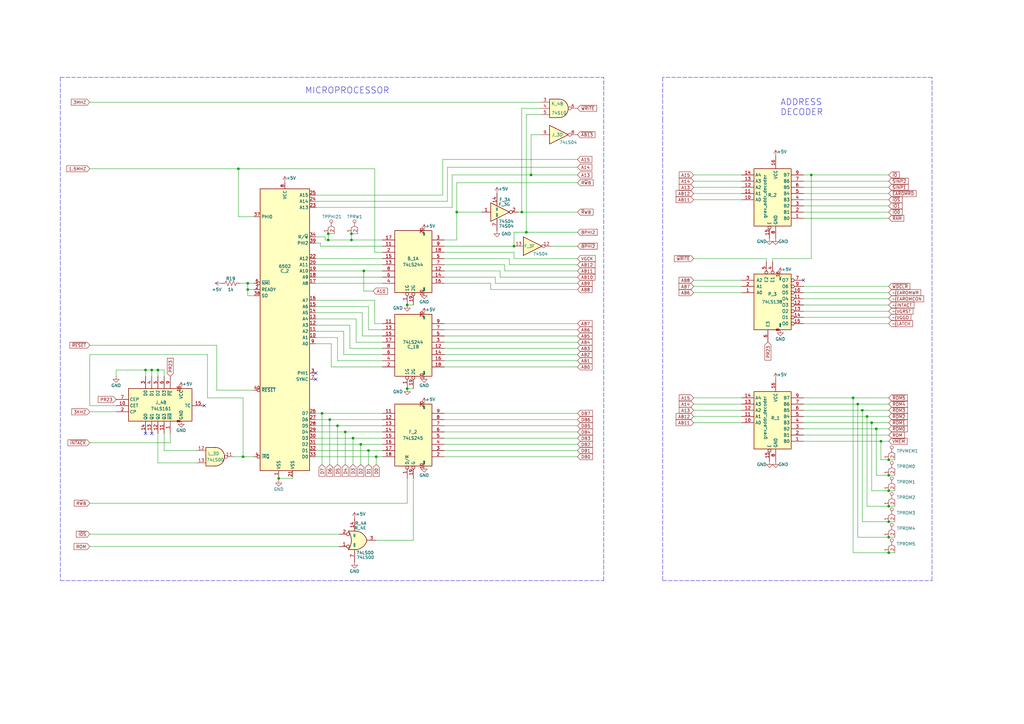
<source format=kicad_sch>
(kicad_sch (version 20211123) (generator eeschema)
  (paper "A3")
  (lib_symbols
    (symbol "Device:R_US" (pin_numbers hide) (pin_names (offset 0))
      (property "Reference" "R" (at 2.54 0 90))
      (property "Value" "R_US" (at -2.54 0 90))
      (symbol "R_US_1_1"
        (pin passive line (at 0 3.81 270) (length 1.27) (name "~") (number "1"))
        (pin passive line (at 0 -3.81 90) (length 1.27) (name "~") (number "2"))
      )
    )
    (symbol "atari:6502"
      (property "Reference" "U" (at -0.635 3.81 0))
      (property "Value" "6502" (at -0.635 5.715 0))
      (symbol "6502_1_1"
        (pin power_in line (at -2.54 -85.725 90) (length 2.54) (name "VSS") (number "1"))
        (pin output line (at 12.7 -28.575 180) (length 2.54) (name "A1") (number "10"))
        (pin output line (at 12.7 -26.035 180) (length 2.54) (name "A2") (number "11"))
        (pin output line (at 12.7 -23.495 180) (length 2.54) (name "A3") (number "12"))
        (pin output line (at 12.7 -20.955 180) (length 2.54) (name "A4") (number "13"))
        (pin output line (at 12.7 -18.415 180) (length 2.54) (name "A5") (number "14"))
        (pin output line (at 12.7 -15.875 180) (length 2.54) (name "A6") (number "15"))
        (pin output line (at 12.7 -13.335 180) (length 2.54) (name "A7") (number "16"))
        (pin output line (at 12.7 -6.35 180) (length 2.54) (name "A8") (number "17"))
        (pin output line (at 12.7 -3.81 180) (length 2.54) (name "A9") (number "18"))
        (pin output line (at 12.7 -1.27 180) (length 2.54) (name "A10") (number "19"))
        (pin input line (at -12.7 -8.89 0) (length 2.54) (name "READY") (number "2"))
        (pin output line (at 12.7 1.27 180) (length 2.54) (name "A11") (number "20"))
        (pin power_in line (at 3.175 -85.725 90) (length 2.54) (name "VSS") (number "21"))
        (pin output line (at 12.7 3.81 180) (length 2.54) (name "A12") (number "22"))
        (pin output line (at 12.7 24.765 180) (length 2.54) (name "A13") (number "23"))
        (pin output line (at 12.7 27.305 180) (length 2.54) (name "A14") (number "24"))
        (pin output line (at 12.7 29.845 180) (length 2.54) (name "A15") (number "25"))
        (pin bidirectional line (at 12.7 -59.69 180) (length 2.54) (name "D7") (number "26"))
        (pin bidirectional line (at 12.7 -62.23 180) (length 2.54) (name "D6") (number "27"))
        (pin bidirectional line (at 12.7 -64.77 180) (length 2.54) (name "D5") (number "28"))
        (pin bidirectional line (at 12.7 -67.31 180) (length 2.54) (name "D4") (number "29"))
        (pin output line (at 12.7 -43.18 180) (length 2.54) (name "PHI1") (number "3"))
        (pin bidirectional line (at 12.7 -69.85 180) (length 2.54) (name "D3") (number "30"))
        (pin bidirectional line (at 12.7 -72.39 180) (length 2.54) (name "D2") (number "31"))
        (pin bidirectional line (at 12.7 -74.93 180) (length 2.54) (name "D1") (number "32"))
        (pin bidirectional line (at 12.7 -77.47 180) (length 2.54) (name "D0") (number "33"))
        (pin output line (at 12.7 12.7 180) (length 2.54) (name "R/~{W}") (number "34"))
        (pin no_connect line (at -12.7 -26.67 0) (length 2.54) hide (name "NC") (number "35"))
        (pin no_connect line (at -12.7 -29.21 0) (length 2.54) hide (name "NC") (number "36"))
        (pin input line (at -12.7 20.955 0) (length 2.54) (name "PHI0") (number "37"))
        (pin input line (at -12.7 -11.43 0) (length 2.54) (name "SO") (number "38"))
        (pin output line (at 12.7 10.16 180) (length 2.54) (name "PHI2") (number "39"))
        (pin input inverted (at -12.7 -77.47 0) (length 2.54) (name "~{IRQ}") (number "4"))
        (pin input inverted (at -12.7 -50.165 0) (length 2.54) (name "~{RESET}") (number "40"))
        (pin no_connect line (at -12.7 -24.13 0) (length 2.54) hide (name "NC") (number "5"))
        (pin input inverted (at -12.7 -6.35 0) (length 2.54) (name "~{NMI}") (number "6"))
        (pin output line (at 12.7 -45.72 180) (length 2.54) (name "SYNC") (number "7"))
        (pin power_in line (at 0 34.925 270) (length 2.54) (name "VCC") (number "8"))
        (pin output line (at 12.7 -31.115 180) (length 2.54) (name "A0") (number "9"))
      )
    )
    (symbol "atari:74LS00" (pin_names (offset 1.016))
      (property "Reference" "U" (at 0 1.27 0))
      (property "Value" "74LS00" (at 0 -1.27 0))
      (symbol "74LS00_1_1"
        (pin input line (at -7.62 2.54 0) (length 3.81) (name "~") (number "1"))
        (pin input line (at -7.62 -2.54 0) (length 3.81) (name "~") (number "2"))
        (pin output inverted (at 7.62 0 180) (length 3.81) (name "~") (number "3"))
      )
      (symbol "74LS00_1_2"
        (pin input inverted (at -7.62 2.54 0) (length 4.318) (name "~") (number "1"))
        (pin input inverted (at -7.62 -2.54 0) (length 4.318) (name "~") (number "2"))
        (pin output line (at 7.62 0 180) (length 3.81) (name "~") (number "3"))
      )
      (symbol "74LS00_2_1"
        (pin input line (at -7.62 2.54 0) (length 3.81) (name "~") (number "4"))
        (pin input line (at -7.62 -2.54 0) (length 3.81) (name "~") (number "5"))
        (pin output inverted (at 7.62 0 180) (length 3.81) (name "~") (number "6"))
      )
      (symbol "74LS00_2_2"
        (pin input inverted (at -7.62 2.54 0) (length 4.318) (name "~") (number "4"))
        (pin input inverted (at -7.62 -2.54 0) (length 4.318) (name "~") (number "5"))
        (pin output line (at 7.62 0 180) (length 3.81) (name "~") (number "6"))
      )
      (symbol "74LS00_3_1"
        (pin input line (at -7.62 -2.54 0) (length 3.81) (name "~") (number "10"))
        (pin output inverted (at 7.62 0 180) (length 3.81) (name "~") (number "8"))
        (pin input line (at -7.62 2.54 0) (length 3.81) (name "~") (number "9"))
      )
      (symbol "74LS00_3_2"
        (pin input inverted (at -7.62 -2.54 0) (length 4.318) (name "~") (number "10"))
        (pin output line (at 7.62 0 180) (length 3.81) (name "~") (number "8"))
        (pin input inverted (at -7.62 2.54 0) (length 4.318) (name "~") (number "9"))
      )
      (symbol "74LS00_4_1"
        (pin output inverted (at 7.62 0 180) (length 3.81) (name "~") (number "11"))
        (pin input line (at -7.62 2.54 0) (length 3.81) (name "~") (number "12"))
        (pin input line (at -7.62 -2.54 0) (length 3.81) (name "~") (number "13"))
      )
      (symbol "74LS00_4_2"
        (pin output line (at 7.62 0 180) (length 3.81) (name "~") (number "11"))
        (pin input inverted (at -7.62 2.54 0) (length 4.318) (name "~") (number "12"))
        (pin input inverted (at -7.62 -2.54 0) (length 4.318) (name "~") (number "13"))
      )
      (symbol "74LS00_5_0"
        (pin power_in line (at 0 8.89 270) (length 5.08) (name "VCC") (number "14"))
        (pin power_in line (at 0 -8.89 90) (length 5.08) (name "GND") (number "7"))
      )
    )
    (symbol "atari:74LS04"
      (property "Reference" "U" (at 4.445 -1.905 0))
      (property "Value" "74LS04" (at 4.445 2.54 0))
      (symbol "74LS04_1_0"
        (pin input line (at -7.62 0 0) (length 3.81) (name "~") (number "1"))
        (pin output inverted (at 7.62 0 180) (length 3.81) (name "~") (number "2"))
      )
      (symbol "74LS04_2_0"
        (pin input line (at -7.62 0 0) (length 3.81) (name "~") (number "3"))
        (pin output inverted (at 7.62 0 180) (length 3.81) (name "~") (number "4"))
      )
      (symbol "74LS04_3_0"
        (pin input line (at -7.62 0 0) (length 3.81) (name "~") (number "5"))
        (pin output inverted (at 7.62 0 180) (length 3.81) (name "~") (number "6"))
      )
      (symbol "74LS04_4_0"
        (pin output inverted (at 7.62 0 180) (length 3.81) (name "~") (number "8"))
        (pin input line (at -7.62 0 0) (length 3.81) (name "~") (number "9"))
      )
      (symbol "74LS04_5_0"
        (pin output inverted (at 7.62 0 180) (length 3.81) (name "~") (number "10"))
        (pin input line (at -7.62 0 0) (length 3.81) (name "~") (number "11"))
      )
      (symbol "74LS04_6_0"
        (pin output inverted (at 7.62 0 180) (length 3.81) (name "~") (number "12"))
        (pin input line (at -7.62 0 0) (length 3.81) (name "~") (number "13"))
      )
      (symbol "74LS04_7_0"
        (pin power_in line (at -1.27 7.62 270) (length 5.08) (name "VCC") (number "14"))
        (pin power_in line (at -1.27 -7.62 90) (length 5.08) (name "GND") (number "7"))
      )
    )
    (symbol "atari:74LS10" (pin_names (offset 1.016))
      (property "Reference" "U" (at 1.27 1.905 0))
      (property "Value" "74LS10" (at 0 0 0))
      (symbol "74LS10_1_1"
        (pin input line (at -7.62 2.54 0) (length 3.81) (name "~") (number "1"))
        (pin output inverted (at 7.62 0 180) (length 3.81) (name "~") (number "12"))
        (pin input line (at -7.62 -2.54 0) (length 3.81) (name "~") (number "13"))
        (pin input line (at -7.62 0 0) (length 3.81) (name "~") (number "2"))
      )
      (symbol "74LS10_1_2"
        (pin input inverted (at -7.62 2.54 0) (length 4.318) (name "~") (number "1"))
        (pin output line (at 7.62 0 180) (length 3.81) (name "~") (number "12"))
        (pin input inverted (at -7.62 -2.54 0) (length 4.318) (name "~") (number "13"))
        (pin input inverted (at -7.62 0 0) (length 4.953) (name "~") (number "2"))
      )
      (symbol "74LS10_2_1"
        (pin input line (at -7.62 2.54 0) (length 3.81) (name "~") (number "3"))
        (pin input line (at -7.62 0 0) (length 3.81) (name "~") (number "4"))
        (pin input line (at -7.62 -2.54 0) (length 3.81) (name "~") (number "5"))
        (pin output inverted (at 7.62 0 180) (length 3.81) (name "~") (number "6"))
      )
      (symbol "74LS10_2_2"
        (pin input inverted (at -7.62 2.54 0) (length 4.318) (name "~") (number "3"))
        (pin input inverted (at -7.62 0 0) (length 4.953) (name "~") (number "4"))
        (pin input inverted (at -7.62 -2.54 0) (length 4.318) (name "~") (number "5"))
        (pin output line (at 7.62 0 180) (length 3.81) (name "~") (number "6"))
      )
      (symbol "74LS10_3_1"
        (pin input line (at -7.62 0 0) (length 3.81) (name "~") (number "10"))
        (pin input line (at -7.62 -2.54 0) (length 3.81) (name "~") (number "11"))
        (pin output inverted (at 7.62 0 180) (length 3.81) (name "~") (number "8"))
        (pin input line (at -7.62 2.54 0) (length 3.81) (name "~") (number "9"))
      )
      (symbol "74LS10_3_2"
        (pin input inverted (at -7.62 0 0) (length 4.953) (name "~") (number "10"))
        (pin input inverted (at -7.62 -2.54 0) (length 4.318) (name "~") (number "11"))
        (pin output line (at 7.62 0 180) (length 3.81) (name "~") (number "8"))
        (pin input inverted (at -7.62 2.54 0) (length 4.318) (name "~") (number "9"))
      )
      (symbol "74LS10_4_0"
        (pin power_in line (at 0 8.89 270) (length 5.08) (name "VCC") (number "14"))
        (pin power_in line (at 0 -8.89 90) (length 5.08) (name "GND") (number "7"))
      )
    )
    (symbol "atari:74LS138" (pin_names (offset 1.016))
      (property "Reference" "U" (at 0 -1.905 0))
      (property "Value" "74LS138" (at -0.635 0 0))
      (symbol "74LS138_1_0"
        (pin input line (at -12.7 2.54 0) (length 5.08) (name "A0") (number "1"))
        (pin output inverted (at 12.7 2.54 180) (length 5.08) (name "O5") (number "10"))
        (pin output inverted (at 12.7 0 180) (length 5.08) (name "O4") (number "11"))
        (pin output inverted (at 12.7 -2.54 180) (length 5.08) (name "O3") (number "12"))
        (pin output inverted (at 12.7 -5.08 180) (length 5.08) (name "O2") (number "13"))
        (pin output inverted (at 12.7 -7.62 180) (length 5.08) (name "O1") (number "14"))
        (pin output inverted (at 12.7 -10.16 180) (length 5.08) (name "O0") (number "15"))
        (pin power_in line (at 3.175 10.16 270) (length 0) (name "VCC") (number "16"))
        (pin input line (at -12.7 5.08 0) (length 5.08) (name "A1") (number "2"))
        (pin input line (at -12.7 7.62 0) (length 5.08) (name "A2") (number "3"))
        (pin input inverted (at 0 15.24 270) (length 5.08) (name "E1") (number "4"))
        (pin input inverted (at -2.54 15.24 270) (length 5.08) (name "E2") (number "5"))
        (pin input line (at -1.905 -17.78 90) (length 5.08) (name "E3") (number "6"))
        (pin output inverted (at 12.7 7.62 180) (length 5.08) (name "O7") (number "7"))
        (pin power_in line (at 3.175 -12.7 90) (length 0) (name "GND") (number "8"))
        (pin output inverted (at 12.7 5.08 180) (length 5.08) (name "O6") (number "9"))
      )
    )
    (symbol "atari:74LS161"
      (property "Reference" "U" (at 0 0 0))
      (property "Value" "74LS161" (at 0 1.905 0))
      (symbol "74LS161_1_0"
        (pin input line (at 0 -13.97 90) (length 5.08) (name "~{MR}") (number "1"))
        (pin input line (at -2.54 13.97 270) (length 5.08) (name "CET") (number "10"))
        (pin output line (at 15.875 -2.54 180) (length 5.08) (name "Q3") (number "11"))
        (pin output line (at 15.875 0 180) (length 5.08) (name "Q2") (number "12"))
        (pin output line (at 15.875 2.54 180) (length 5.08) (name "Q1") (number "13"))
        (pin output line (at 15.875 5.08 180) (length 5.08) (name "Q0") (number "14"))
        (pin output line (at 15.875 -5.08 180) (length 5.08) (name "TC") (number "15"))
        (pin power_in line (at 6.35 8.89 270) (length 0) (name "VCC") (number "16"))
        (pin input line (at -14.605 -5.08 0) (length 5.08) (name "CP") (number "2"))
        (pin input line (at -14.605 5.08 0) (length 5.08) (name "D0") (number "3"))
        (pin input line (at -14.605 2.54 0) (length 5.08) (name "D1") (number "4"))
        (pin input line (at -14.605 0 0) (length 5.08) (name "D2") (number "5"))
        (pin input line (at -14.605 -2.54 0) (length 5.08) (name "D3") (number "6"))
        (pin input line (at 0 13.97 270) (length 5.08) (name "CEP") (number "7"))
        (pin power_in line (at 6.35 -8.89 90) (length 0) (name "GND") (number "8"))
        (pin input line (at -2.54 -13.97 90) (length 5.08) (name "~{PE}") (number "9"))
      )
      (symbol "74LS161_2_0"
        (pin input line (at 3.81 -11.43 90) (length 5.08) (name "~{MR}") (number "1"))
        (pin input line (at -18.415 0 0) (length 5.08) (name "CET") (number "10"))
        (pin output line (at 1.27 -11.43 90) (length 5.08) (name "Q3") (number "11"))
        (pin output line (at -1.27 -11.43 90) (length 5.08) (name "Q2") (number "12"))
        (pin output line (at -3.81 -11.43 90) (length 5.08) (name "Q1") (number "13"))
        (pin output line (at -6.35 -11.43 90) (length 5.08) (name "Q0") (number "14"))
        (pin output line (at 17.78 0 180) (length 5.08) (name "TC") (number "15"))
        (pin power_in line (at 8.255 6.985 270) (length 0) (name "VCC") (number "16"))
        (pin input line (at -18.415 -2.54 0) (length 5.08) (name "CP") (number "2"))
        (pin input line (at -6.35 12.065 270) (length 5.08) (name "D0") (number "3"))
        (pin input line (at -3.81 12.065 270) (length 5.08) (name "D1") (number "4"))
        (pin input line (at -1.27 12.065 270) (length 5.08) (name "D2") (number "5"))
        (pin input line (at 1.27 12.065 270) (length 5.08) (name "D3") (number "6"))
        (pin input line (at -18.415 2.54 0) (length 5.08) (name "CEP") (number "7"))
        (pin power_in line (at 8.255 -6.35 90) (length 0) (name "GND") (number "8"))
        (pin input line (at 3.81 12.065 270) (length 5.08) (name "~{PE}") (number "9"))
      )
    )
    (symbol "atari:74LS244"
      (property "Reference" "U" (at 0 0 0))
      (property "Value" "74LS244" (at 0 1.905 0))
      (symbol "74LS244_1_0"
        (pin input inverted (at -2.54 -17.78 90) (length 5.08) (name "1G") (number "1"))
        (pin power_in line (at 4.445 -12.7 90) (length 0) (name "GND") (number "10"))
        (pin input line (at -12.7 6.35 0) (length 5.08) (name "") (number "11"))
        (pin output line (at 12.7 -3.81 180) (length 5.08) (name "") (number "12"))
        (pin input line (at -12.7 -1.27 0) (length 5.08) (name "") (number "13"))
        (pin output line (at 12.7 -6.35 180) (length 5.08) (name "") (number "14"))
        (pin input line (at -12.7 1.27 0) (length 5.08) (name "") (number "15"))
        (pin output line (at 12.7 -8.89 180) (length 5.08) (name "") (number "16"))
        (pin input line (at -12.7 8.89 0) (length 5.08) (name "") (number "17"))
        (pin output line (at 12.7 3.81 180) (length 5.08) (name "") (number "18"))
        (pin input inverted (at 0 -17.78 90) (length 5.08) (name "2G") (number "19"))
        (pin input line (at -12.7 3.81 0) (length 5.08) (name "") (number "2"))
        (pin power_in line (at 4.445 12.7 270) (length 0) (name "VCC") (number "20"))
        (pin output line (at 12.7 8.89 180) (length 5.08) (name "") (number "3"))
        (pin input line (at -12.7 -8.89 0) (length 5.08) (name "") (number "4"))
        (pin output line (at 12.7 1.27 180) (length 5.08) (name "") (number "5"))
        (pin input line (at -12.7 -6.35 0) (length 5.08) (name "") (number "6"))
        (pin output line (at 12.7 -1.27 180) (length 5.08) (name "") (number "7"))
        (pin input line (at -12.7 -3.81 0) (length 5.08) (name "") (number "8"))
        (pin output line (at 12.7 6.35 180) (length 5.08) (name "") (number "9"))
      )
      (symbol "74LS244_2_0"
        (pin input inverted (at -2.54 -17.78 90) (length 5.08) (name "1G") (number "1"))
        (pin power_in line (at 4.445 -12.7 90) (length 0) (name "GND") (number "10"))
        (pin input line (at -12.7 8.89 0) (length 5.08) (name "") (number "11"))
        (pin output line (at 12.7 -1.27 180) (length 5.08) (name "") (number "12"))
        (pin input line (at -12.7 6.35 0) (length 5.08) (name "") (number "13"))
        (pin output line (at 12.7 -3.81 180) (length 5.08) (name "") (number "14"))
        (pin input line (at -12.7 3.81 0) (length 5.08) (name "") (number "15"))
        (pin output line (at 12.7 -6.35 180) (length 5.08) (name "") (number "16"))
        (pin input line (at -12.7 1.27 0) (length 5.08) (name "") (number "17"))
        (pin output line (at 12.7 -8.89 180) (length 5.08) (name "") (number "18"))
        (pin input inverted (at 0 -17.78 90) (length 5.08) (name "2G") (number "19"))
        (pin input line (at -12.7 -8.89 0) (length 5.08) (name "") (number "2"))
        (pin power_in line (at 4.445 12.7 270) (length 0) (name "VCC") (number "20"))
        (pin output line (at 12.7 1.27 180) (length 5.08) (name "") (number "3"))
        (pin input line (at -12.7 -6.35 0) (length 5.08) (name "") (number "4"))
        (pin output line (at 12.7 3.81 180) (length 5.08) (name "") (number "5"))
        (pin input line (at -12.7 -3.81 0) (length 5.08) (name "") (number "6"))
        (pin output line (at 12.7 6.35 180) (length 5.08) (name "") (number "7"))
        (pin input line (at -12.7 -1.27 0) (length 5.08) (name "") (number "8"))
        (pin output line (at 12.7 8.89 180) (length 5.08) (name "") (number "9"))
      )
    )
    (symbol "atari:74LS245"
      (property "Reference" "U" (at 0 -0.635 0))
      (property "Value" "74LS245" (at 0 1.905 0))
      (symbol "74LS245_1_0"
        (pin input inverted (at -2.54 -17.78 90) (length 5.08) (name "D/R") (number "1"))
        (pin power_in line (at 4.445 -12.7 90) (length 0) (name "GND") (number "10"))
        (pin bidirectional line (at -12.7 8.89 0) (length 5.08) (name "") (number "11"))
        (pin bidirectional line (at -12.7 6.35 0) (length 5.08) (name "") (number "12"))
        (pin bidirectional line (at -12.7 3.81 0) (length 5.08) (name "") (number "13"))
        (pin bidirectional line (at -12.7 1.27 0) (length 5.08) (name "") (number "14"))
        (pin bidirectional line (at -12.7 -1.27 0) (length 5.08) (name "") (number "15"))
        (pin bidirectional line (at -12.7 -3.81 0) (length 5.08) (name "") (number "16"))
        (pin bidirectional line (at -12.7 -6.35 0) (length 5.08) (name "") (number "17"))
        (pin bidirectional line (at -12.7 -8.89 0) (length 5.08) (name "") (number "18"))
        (pin input inverted (at 0 -17.78 90) (length 5.08) (name "G") (number "19"))
        (pin bidirectional line (at 12.7 -8.89 180) (length 5.08) (name "") (number "2"))
        (pin power_in line (at 4.445 12.7 270) (length 0) (name "VCC") (number "20"))
        (pin bidirectional line (at 12.7 -6.35 180) (length 5.08) (name "") (number "3"))
        (pin bidirectional line (at 12.7 -3.81 180) (length 5.08) (name "") (number "4"))
        (pin bidirectional line (at 12.7 -1.27 180) (length 5.08) (name "") (number "5"))
        (pin bidirectional line (at 12.7 1.27 180) (length 5.08) (name "") (number "6"))
        (pin bidirectional line (at 12.7 3.81 180) (length 5.08) (name "") (number "7"))
        (pin bidirectional line (at 12.7 6.35 180) (length 5.08) (name "") (number "8"))
        (pin bidirectional line (at 12.7 8.89 180) (length 5.08) (name "") (number "9"))
      )
    )
    (symbol "atari:grav_addr_decoder"
      (property "Reference" "U" (at 0 0 0))
      (property "Value" "grav_addr_decoder" (at -1.905 0.635 90))
      (symbol "grav_addr_decoder_1_1"
        (pin output line (at 12.7 -8.255 180) (length 5.08) (name "B0") (number "1"))
        (pin input line (at -12.7 -0.635 0) (length 5.08) (name "A0") (number "10"))
        (pin input line (at -12.7 1.905 0) (length 5.08) (name "A1") (number "11"))
        (pin input line (at -12.7 4.445 0) (length 5.08) (name "A2") (number "12"))
        (pin input line (at -12.7 6.985 0) (length 5.08) (name "A3") (number "13"))
        (pin input line (at -12.7 9.525 0) (length 5.08) (name "A4") (number "14"))
        (pin input inverted (at -1.27 -16.51 90) (length 5.08) (name "E") (number "15"))
        (pin power_in line (at 1.27 17.145 270) (length 5.08) (name "VCC") (number "16"))
        (pin output line (at 12.7 -5.715 180) (length 5.08) (name "B1") (number "2"))
        (pin output line (at 12.7 -3.175 180) (length 5.08) (name "B2") (number "3"))
        (pin output line (at 12.7 -0.635 180) (length 5.08) (name "B3") (number "4"))
        (pin output line (at 12.7 1.905 180) (length 5.08) (name "B4") (number "5"))
        (pin output line (at 12.7 4.445 180) (length 5.08) (name "B5") (number "6"))
        (pin output line (at 12.7 6.985 180) (length 5.08) (name "B6") (number "7"))
        (pin power_in line (at 1.27 -16.51 90) (length 5.08) (name "GND") (number "8"))
        (pin output line (at 12.7 9.525 180) (length 5.08) (name "B7") (number "9"))
      )
    )
    (symbol "atari:tp_2_pin"
      (property "Reference" "TP" (at 0 5.715 0))
      (symbol "tp_2_pin_1_1"
        (pin passive line (at -1.27 -1.27 90) (length 2.54) (name "") (number "1"))
        (pin passive line (at 1.27 -1.27 90) (length 2.54) (name "") (number "2"))
      )
    )
    (symbol "power:+5V" (power) (pin_names (offset 0))
      (property "Value" "+5V" (at 0 3.556 0))
      (symbol "+5V_1_1"
        (pin power_in line (at 0 0 90) (length 0) hide (name "+5V") (number "1"))
      )
    )
    (symbol "power:GND" (power) (pin_names (offset 0))
      (property "Value" "GND" (at 0 -3.81 0))
      (symbol "GND_1_1"
        (pin power_in line (at 0 0 270) (length 0) hide (name "GND") (number "1"))
      )
    )
  )
  (junction (at 332.74 71.755))
  (junction (at 364.49 220.345))
  (junction (at 147.955 182.245))
  (junction (at 97.79 69.215))
  (junction (at 132.08 169.545))
  (junction (at 364.49 207.645))
  (junction (at 149.225 111.125))
  (junction (at 64.77 151.765))
  (junction (at 361.315 180.975))
  (junction (at 144.78 179.705))
  (junction (at 62.23 151.765))
  (junction (at 364.49 213.995))
  (junction (at 59.69 151.765))
  (junction (at 215.9 95.25))
  (junction (at 151.13 184.785))
  (junction (at 138.43 174.625))
  (junction (at 359.41 175.895))
  (junction (at 134.62 98.425))
  (junction (at 144.145 95.885))
  (junction (at 210.82 100.965))
  (junction (at 364.49 226.695))
  (junction (at 364.49 188.595))
  (junction (at 144.145 98.425))
  (junction (at 349.885 163.195))
  (junction (at 135.255 172.085))
  (junction (at 114.3 196.215))
  (junction (at 364.49 201.295))
  (junction (at 134.62 95.885))
  (junction (at 141.605 177.165))
  (junction (at 101.6 116.205))
  (junction (at 187.325 86.995))
  (junction (at 167.005 159.385))
  (junction (at 154.305 187.325))
  (junction (at 353.695 168.275))
  (junction (at 217.805 71.755))
  (junction (at 101.6 118.745))
  (junction (at 351.79 165.735))
  (junction (at 167.005 125.095))
  (junction (at 357.505 173.355))
  (junction (at 99.695 187.325))
  (junction (at 355.6 170.815))
  (junction (at 213.995 86.995))
  (junction (at 364.49 194.945))
  (no_connect (at 83.82 166.37))
  (no_connect (at 329.565 114.935))
  (no_connect (at 59.69 177.8))
  (no_connect (at 62.23 177.8))
  (no_connect (at 129.54 153.035))
  (no_connect (at 129.54 155.575))
  (wire (pts (xy 182.245 169.545) (xy 236.855 169.545)))
  (wire (pts (xy 217.805 71.755) (xy 236.855 71.755)))
  (wire (pts (xy 329.565 74.295) (xy 364.49 74.295)))
  (wire (pts (xy 114.3 196.215) (xy 120.015 196.215)))
  (wire (pts (xy 226.06 100.965) (xy 236.855 100.965)))
  (wire (pts (xy 182.245 106.045) (xy 208.915 106.045)))
  (wire (pts (xy 129.54 130.81) (xy 146.05 130.81)))
  (wire (pts (xy 329.565 165.735) (xy 351.79 165.735)))
  (wire (pts (xy 359.41 175.895) (xy 359.41 194.945)))
  (wire (pts (xy 129.54 85.09) (xy 185.42 85.09)))
  (wire (pts (xy 129.54 174.625) (xy 138.43 174.625)))
  (wire (pts (xy 182.245 184.785) (xy 236.855 184.785)))
  (wire (pts (xy 203.2 113.665) (xy 203.2 116.205)))
  (wire (pts (xy 361.315 188.595) (xy 361.315 180.975)))
  (wire (pts (xy 99.695 163.195) (xy 85.09 163.195)))
  (wire (pts (xy 182.245 187.325) (xy 236.855 187.325)))
  (wire (pts (xy 120.015 196.215) (xy 120.015 195.58)))
  (wire (pts (xy 329.565 180.975) (xy 361.315 180.975)))
  (wire (pts (xy 69.85 177.8) (xy 69.85 181.61)))
  (wire (pts (xy 183.515 82.55) (xy 183.515 68.58)))
  (wire (pts (xy 332.74 106.045) (xy 332.74 71.755)))
  (wire (pts (xy 284.48 165.735) (xy 304.165 165.735)))
  (wire (pts (xy 316.865 107.315) (xy 316.865 106.045)))
  (wire (pts (xy 182.245 179.705) (xy 236.855 179.705)))
  (wire (pts (xy 329.565 130.175) (xy 364.49 130.175)))
  (wire (pts (xy 154.305 187.325) (xy 156.845 187.325)))
  (wire (pts (xy 146.05 130.81) (xy 146.05 140.335)))
  (wire (pts (xy 284.48 76.835) (xy 304.165 76.835)))
  (wire (pts (xy 187.325 98.425) (xy 182.245 98.425)))
  (wire (pts (xy 129.54 82.55) (xy 183.515 82.55)))
  (wire (pts (xy 355.6 170.815) (xy 364.49 170.815)))
  (wire (pts (xy 153.035 119.38) (xy 149.225 119.38)))
  (wire (pts (xy 134.62 95.885) (xy 134.62 98.425)))
  (wire (pts (xy 181.61 65.405) (xy 236.855 65.405)))
  (wire (pts (xy 197.485 86.995) (xy 187.325 86.995)))
  (wire (pts (xy 357.505 173.355) (xy 357.505 201.295)))
  (wire (pts (xy 201.295 118.745) (xy 236.855 118.745)))
  (wire (pts (xy 104.14 121.285) (xy 101.6 121.285)))
  (wire (pts (xy 183.515 68.58) (xy 236.855 68.58)))
  (wire (pts (xy 67.31 154.305) (xy 67.31 151.765)))
  (wire (pts (xy 101.6 121.285) (xy 101.6 118.745)))
  (wire (pts (xy 364.49 226.695) (xy 367.03 226.695)))
  (wire (pts (xy 208.915 108.585) (xy 236.855 108.585)))
  (wire (pts (xy 129.54 140.97) (xy 135.89 140.97)))
  (wire (pts (xy 144.145 98.425) (xy 156.845 98.425)))
  (wire (pts (xy 146.05 140.335) (xy 156.845 140.335)))
  (wire (pts (xy 99.695 187.325) (xy 104.14 187.325)))
  (wire (pts (xy 349.885 226.695) (xy 349.885 163.195)))
  (wire (pts (xy 210.82 100.965) (xy 210.82 95.25)))
  (wire (pts (xy 182.245 108.585) (xy 207.01 108.585)))
  (wire (pts (xy 364.49 201.295) (xy 357.505 201.295)))
  (wire (pts (xy 67.31 151.765) (xy 64.77 151.765)))
  (wire (pts (xy 129.54 80.01) (xy 181.61 80.01)))
  (wire (pts (xy 182.245 174.625) (xy 236.855 174.625)))
  (wire (pts (xy 67.31 184.785) (xy 67.31 177.8)))
  (wire (pts (xy 355.6 170.815) (xy 355.6 207.645)))
  (wire (pts (xy 185.42 71.755) (xy 217.805 71.755)))
  (wire (pts (xy 351.79 165.735) (xy 364.49 165.735)))
  (wire (pts (xy 205.105 111.125) (xy 205.105 113.665)))
  (polyline (pts (xy 271.78 31.75) (xy 271.78 48.895)))
  (wire (pts (xy 187.325 86.995) (xy 187.325 98.425)))
  (wire (pts (xy 153.67 132.715) (xy 153.67 123.19)))
  (wire (pts (xy 135.255 172.085) (xy 156.845 172.085)))
  (wire (pts (xy 131.445 99.695) (xy 129.54 99.695)))
  (wire (pts (xy 329.565 89.535) (xy 364.49 89.535)))
  (wire (pts (xy 129.54 179.705) (xy 144.78 179.705)))
  (wire (pts (xy 284.48 81.915) (xy 304.165 81.915)))
  (wire (pts (xy 182.245 145.415) (xy 236.855 145.415)))
  (wire (pts (xy 182.245 140.335) (xy 236.855 140.335)))
  (wire (pts (xy 114.3 195.58) (xy 114.3 196.215)))
  (wire (pts (xy 149.225 111.125) (xy 156.845 111.125)))
  (wire (pts (xy 151.13 184.785) (xy 151.13 190.5)))
  (wire (pts (xy 156.845 137.795) (xy 148.59 137.795)))
  (wire (pts (xy 329.565 125.095) (xy 364.49 125.095)))
  (wire (pts (xy 329.565 163.195) (xy 349.885 163.195)))
  (wire (pts (xy 364.49 220.345) (xy 367.03 220.345)))
  (wire (pts (xy 364.49 220.345) (xy 351.79 220.345)))
  (wire (pts (xy 215.9 95.25) (xy 236.855 95.25)))
  (wire (pts (xy 203.2 116.205) (xy 236.855 116.205)))
  (wire (pts (xy 364.49 194.945) (xy 359.41 194.945)))
  (wire (pts (xy 221.615 55.245) (xy 217.805 55.245)))
  (wire (pts (xy 329.565 168.275) (xy 353.695 168.275)))
  (wire (pts (xy 284.48 114.935) (xy 304.165 114.935)))
  (wire (pts (xy 129.54 111.125) (xy 149.225 111.125)))
  (wire (pts (xy 332.74 71.755) (xy 364.49 71.755)))
  (wire (pts (xy 62.23 151.765) (xy 62.23 154.305)))
  (wire (pts (xy 359.41 175.895) (xy 364.49 175.895)))
  (wire (pts (xy 169.545 196.215) (xy 169.545 221.615)))
  (wire (pts (xy 85.09 163.195) (xy 85.09 145.415)))
  (wire (pts (xy 129.54 108.585) (xy 156.845 108.585)))
  (wire (pts (xy 64.77 189.865) (xy 64.77 177.8)))
  (wire (pts (xy 134.62 95.885) (xy 137.16 95.885)))
  (wire (pts (xy 329.565 178.435) (xy 364.49 178.435)))
  (wire (pts (xy 36.83 219.075) (xy 139.065 219.075)))
  (wire (pts (xy 143.51 142.875) (xy 143.51 133.35)))
  (wire (pts (xy 132.08 169.545) (xy 156.845 169.545)))
  (wire (pts (xy 147.955 182.245) (xy 156.845 182.245)))
  (wire (pts (xy 187.325 86.995) (xy 187.325 74.93)))
  (wire (pts (xy 135.255 172.085) (xy 135.255 190.5)))
  (wire (pts (xy 201.295 116.205) (xy 201.295 118.745)))
  (polyline (pts (xy 382.27 31.75) (xy 271.78 31.75)))
  (wire (pts (xy 133.35 97.155) (xy 129.54 97.155)))
  (wire (pts (xy 349.885 163.195) (xy 364.49 163.195)))
  (wire (pts (xy 129.54 172.085) (xy 135.255 172.085)))
  (wire (pts (xy 64.77 151.765) (xy 62.23 151.765)))
  (wire (pts (xy 182.245 103.505) (xy 210.82 103.505)))
  (wire (pts (xy 329.565 122.555) (xy 364.49 122.555)))
  (wire (pts (xy 64.77 151.765) (xy 64.77 154.305)))
  (polyline (pts (xy 382.27 238.125) (xy 382.27 31.75)))
  (wire (pts (xy 129.54 184.785) (xy 151.13 184.785)))
  (wire (pts (xy 364.49 194.945) (xy 367.03 194.945)))
  (wire (pts (xy 138.43 174.625) (xy 156.845 174.625)))
  (wire (pts (xy 364.49 188.595) (xy 367.03 188.595)))
  (wire (pts (xy 88.9 160.02) (xy 88.9 141.605)))
  (wire (pts (xy 167.005 159.385) (xy 169.545 159.385)))
  (wire (pts (xy 182.245 182.245) (xy 236.855 182.245)))
  (wire (pts (xy 284.48 106.045) (xy 314.325 106.045)))
  (polyline (pts (xy 24.765 31.75) (xy 24.765 238.125)))
  (wire (pts (xy 141.605 177.165) (xy 141.605 190.5)))
  (wire (pts (xy 36.83 168.91) (xy 47.625 168.91)))
  (wire (pts (xy 114.3 196.215) (xy 114.3 196.85)))
  (wire (pts (xy 138.43 138.43) (xy 129.54 138.43)))
  (wire (pts (xy 357.505 173.355) (xy 364.49 173.355)))
  (wire (pts (xy 101.6 118.745) (xy 101.6 116.205)))
  (wire (pts (xy 104.14 88.9) (xy 97.79 88.9)))
  (wire (pts (xy 143.51 133.35) (xy 129.54 133.35)))
  (wire (pts (xy 364.49 207.645) (xy 355.6 207.645)))
  (wire (pts (xy 47.625 166.37) (xy 36.83 166.37)))
  (wire (pts (xy 329.565 132.715) (xy 364.49 132.715)))
  (wire (pts (xy 353.695 168.275) (xy 364.49 168.275)))
  (wire (pts (xy 364.49 207.645) (xy 367.03 207.645)))
  (wire (pts (xy 101.6 116.205) (xy 104.14 116.205)))
  (wire (pts (xy 99.695 187.325) (xy 99.695 163.195)))
  (polyline (pts (xy 24.765 238.125) (xy 247.65 238.125)))
  (wire (pts (xy 144.145 95.885) (xy 146.685 95.885)))
  (wire (pts (xy 36.83 41.91) (xy 221.615 41.91)))
  (wire (pts (xy 104.14 160.02) (xy 88.9 160.02)))
  (wire (pts (xy 154.305 187.325) (xy 154.305 190.5)))
  (wire (pts (xy 131.445 100.965) (xy 131.445 99.695)))
  (wire (pts (xy 187.325 74.93) (xy 236.855 74.93)))
  (wire (pts (xy 138.43 174.625) (xy 138.43 190.5)))
  (wire (pts (xy 329.565 84.455) (xy 364.49 84.455)))
  (wire (pts (xy 140.97 135.89) (xy 140.97 145.415)))
  (wire (pts (xy 329.565 120.015) (xy 364.49 120.015)))
  (wire (pts (xy 182.245 135.255) (xy 236.855 135.255)))
  (wire (pts (xy 353.695 168.275) (xy 353.695 213.995)))
  (wire (pts (xy 284.48 163.195) (xy 304.165 163.195)))
  (wire (pts (xy 284.48 168.275) (xy 304.165 168.275)))
  (wire (pts (xy 97.79 88.9) (xy 97.79 69.215)))
  (wire (pts (xy 182.245 172.085) (xy 236.855 172.085)))
  (wire (pts (xy 182.245 100.965) (xy 210.82 100.965)))
  (wire (pts (xy 156.845 103.505) (xy 153.67 103.505)))
  (wire (pts (xy 129.54 182.245) (xy 147.955 182.245)))
  (wire (pts (xy 182.245 137.795) (xy 236.855 137.795)))
  (wire (pts (xy 207.01 111.125) (xy 236.855 111.125)))
  (wire (pts (xy 129.54 113.665) (xy 156.845 113.665)))
  (wire (pts (xy 361.315 180.975) (xy 364.49 180.975)))
  (wire (pts (xy 167.005 196.215) (xy 167.005 206.375)))
  (wire (pts (xy 215.9 46.99) (xy 221.615 46.99)))
  (wire (pts (xy 210.82 103.505) (xy 210.82 106.045)))
  (wire (pts (xy 104.14 118.745) (xy 101.6 118.745)))
  (wire (pts (xy 182.245 116.205) (xy 201.295 116.205)))
  (wire (pts (xy 329.565 86.995) (xy 364.49 86.995)))
  (wire (pts (xy 210.82 95.25) (xy 215.9 95.25)))
  (wire (pts (xy 351.79 165.735) (xy 351.79 220.345)))
  (polyline (pts (xy 247.65 238.125) (xy 247.65 31.75)))
  (wire (pts (xy 153.67 103.505) (xy 153.67 69.215)))
  (wire (pts (xy 329.565 71.755) (xy 332.74 71.755)))
  (wire (pts (xy 364.49 201.295) (xy 367.03 201.295)))
  (wire (pts (xy 153.67 69.215) (xy 97.79 69.215)))
  (wire (pts (xy 59.69 151.765) (xy 47.625 151.765)))
  (wire (pts (xy 156.845 147.955) (xy 138.43 147.955)))
  (wire (pts (xy 153.67 123.19) (xy 129.54 123.19)))
  (wire (pts (xy 80.645 184.785) (xy 67.31 184.785)))
  (wire (pts (xy 185.42 85.09) (xy 185.42 71.755)))
  (wire (pts (xy 138.43 147.955) (xy 138.43 138.43)))
  (wire (pts (xy 213.995 44.45) (xy 221.615 44.45)))
  (wire (pts (xy 329.565 173.355) (xy 357.505 173.355)))
  (wire (pts (xy 156.845 142.875) (xy 143.51 142.875)))
  (wire (pts (xy 59.69 151.765) (xy 59.69 154.305)))
  (wire (pts (xy 205.105 113.665) (xy 236.855 113.665)))
  (wire (pts (xy 169.545 221.615) (xy 154.305 221.615)))
  (wire (pts (xy 215.9 95.25) (xy 215.9 46.99)))
  (wire (pts (xy 182.245 113.665) (xy 203.2 113.665)))
  (wire (pts (xy 36.83 166.37) (xy 36.83 145.415)))
  (wire (pts (xy 364.49 213.995) (xy 367.03 213.995)))
  (polyline (pts (xy 24.765 31.75) (xy 247.65 31.75)))
  (wire (pts (xy 147.955 182.245) (xy 147.955 190.5)))
  (wire (pts (xy 129.54 169.545) (xy 132.08 169.545)))
  (wire (pts (xy 182.245 132.715) (xy 236.855 132.715)))
  (wire (pts (xy 364.49 213.995) (xy 353.695 213.995)))
  (wire (pts (xy 207.01 108.585) (xy 207.01 111.125)))
  (wire (pts (xy 47.625 151.765) (xy 47.625 154.305)))
  (wire (pts (xy 284.48 71.755) (xy 304.165 71.755)))
  (wire (pts (xy 133.35 98.425) (xy 133.35 97.155)))
  (wire (pts (xy 329.565 127.635) (xy 364.49 127.635)))
  (wire (pts (xy 36.83 141.605) (xy 88.9 141.605)))
  (wire (pts (xy 98.425 116.205) (xy 101.6 116.205)))
  (wire (pts (xy 329.565 79.375) (xy 364.49 79.375)))
  (wire (pts (xy 213.995 86.995) (xy 213.995 44.45)))
  (wire (pts (xy 148.59 137.795) (xy 148.59 128.27)))
  (wire (pts (xy 144.78 179.705) (xy 144.78 190.5)))
  (wire (pts (xy 181.61 80.01) (xy 181.61 65.405)))
  (wire (pts (xy 182.245 150.495) (xy 236.855 150.495)))
  (wire (pts (xy 212.725 86.995) (xy 213.995 86.995)))
  (wire (pts (xy 149.225 119.38) (xy 149.225 111.125)))
  (wire (pts (xy 182.245 111.125) (xy 205.105 111.125)))
  (wire (pts (xy 135.89 140.97) (xy 135.89 150.495)))
  (wire (pts (xy 62.23 151.765) (xy 59.69 151.765)))
  (wire (pts (xy 135.89 150.495) (xy 156.845 150.495)))
  (wire (pts (xy 329.565 170.815) (xy 355.6 170.815)))
  (wire (pts (xy 134.62 98.425) (xy 144.145 98.425)))
  (wire (pts (xy 95.885 187.325) (xy 99.695 187.325)))
  (wire (pts (xy 182.245 147.955) (xy 236.855 147.955)))
  (wire (pts (xy 284.48 120.015) (xy 304.165 120.015)))
  (wire (pts (xy 329.565 81.915) (xy 364.49 81.915)))
  (wire (pts (xy 314.325 107.315) (xy 314.325 106.045)))
  (wire (pts (xy 284.48 173.355) (xy 304.165 173.355)))
  (wire (pts (xy 131.445 100.965) (xy 156.845 100.965)))
  (wire (pts (xy 156.845 132.715) (xy 153.67 132.715)))
  (wire (pts (xy 133.35 98.425) (xy 134.62 98.425)))
  (wire (pts (xy 140.97 145.415) (xy 156.845 145.415)))
  (wire (pts (xy 129.54 116.205) (xy 156.845 116.205)))
  (wire (pts (xy 364.49 226.695) (xy 349.885 226.695)))
  (wire (pts (xy 329.565 175.895) (xy 359.41 175.895)))
  (wire (pts (xy 80.645 189.865) (xy 64.77 189.865)))
  (polyline (pts (xy 271.78 48.895) (xy 271.78 238.125)))
  (wire (pts (xy 284.48 117.475) (xy 304.165 117.475)))
  (wire (pts (xy 329.565 76.835) (xy 364.49 76.835)))
  (wire (pts (xy 36.83 145.415) (xy 85.09 145.415)))
  (wire (pts (xy 148.59 128.27) (xy 129.54 128.27)))
  (wire (pts (xy 316.865 106.045) (xy 332.74 106.045)))
  (wire (pts (xy 284.48 170.815) (xy 304.165 170.815)))
  (wire (pts (xy 129.54 177.165) (xy 141.605 177.165)))
  (wire (pts (xy 144.78 179.705) (xy 156.845 179.705)))
  (wire (pts (xy 97.79 69.215) (xy 36.83 69.215)))
  (wire (pts (xy 167.005 125.095) (xy 169.545 125.095)))
  (wire (pts (xy 151.13 125.73) (xy 151.13 135.255)))
  (wire (pts (xy 182.245 177.165) (xy 236.855 177.165)))
  (wire (pts (xy 129.54 135.89) (xy 140.97 135.89)))
  (wire (pts (xy 284.48 74.295) (xy 304.165 74.295)))
  (wire (pts (xy 213.995 86.995) (xy 236.855 86.995)))
  (wire (pts (xy 129.54 106.045) (xy 156.845 106.045)))
  (wire (pts (xy 36.83 206.375) (xy 167.005 206.375)))
  (wire (pts (xy 208.915 106.045) (xy 208.915 108.585)))
  (wire (pts (xy 217.805 55.245) (xy 217.805 71.755)))
  (wire (pts (xy 284.48 79.375) (xy 304.165 79.375)))
  (wire (pts (xy 36.83 181.61) (xy 69.85 181.61)))
  (wire (pts (xy 182.245 142.875) (xy 236.855 142.875)))
  (wire (pts (xy 129.54 125.73) (xy 151.13 125.73)))
  (wire (pts (xy 141.605 177.165) (xy 156.845 177.165)))
  (wire (pts (xy 151.13 184.785) (xy 156.845 184.785)))
  (wire (pts (xy 210.82 106.045) (xy 236.855 106.045)))
  (wire (pts (xy 329.565 117.475) (xy 364.49 117.475)))
  (wire (pts (xy 132.08 169.545) (xy 132.08 190.5)))
  (wire (pts (xy 36.83 224.155) (xy 139.065 224.155)))
  (polyline (pts (xy 271.78 238.125) (xy 382.27 238.125)))
  (wire (pts (xy 144.145 95.885) (xy 144.145 98.425)))
  (wire (pts (xy 129.54 187.325) (xy 154.305 187.325)))
  (wire (pts (xy 151.13 135.255) (xy 156.845 135.255)))
  (wire (pts (xy 364.49 188.595) (xy 361.315 188.595)))
  (text "MICROPROCESSOR" (at 125.095 38.735 0) (effects (font (size 2.54 2.54)) (justify left bottom)))
  (text "ADDRESS\nDECODER" (at 320.04 47.625 0) (effects (font (size 2.54 2.54)) (justify left bottom)))
  (global_label "~{RAM}" (shape input) (at 364.49 89.535 0) (property "Intersheet References" "${INTERSHEET_REFS}" (effects hide)))
  (global_label "AB11" (shape input) (at 236.855 111.125 0) (property "Intersheet References" "${INTERSHEET_REFS}" (effects hide)))
  (global_label "ROM" (shape input) (at 364.49 178.435 0) (property "Intersheet References" "${INTERSHEET_REFS}" (effects hide)))
  (global_label "~{IOS}" (shape input) (at 36.83 219.075 180) (property "Intersheet References" "${INTERSHEET_REFS}" (effects hide)))
  (global_label "~{ROM3}" (shape input) (at 364.49 168.275 0) (property "Intersheet References" "${INTERSHEET_REFS}" (effects hide)))
  (global_label "PR23" (shape input) (at 69.85 154.305 90) (property "Intersheet References" "${INTERSHEET_REFS}" (effects hide)))
  (global_label "VGCK" (shape input) (at 236.855 106.045 0) (property "Intersheet References" "${INTERSHEET_REFS}" (effects hide)))
  (global_label "~{IO}" (shape input) (at 364.49 71.755 0) (property "Intersheet References" "${INTERSHEET_REFS}" (effects hide)))
  (global_label "AB5" (shape input) (at 236.855 137.795 0) (property "Intersheet References" "${INTERSHEET_REFS}" (effects hide)))
  (global_label "~{EAROMCON" (shape input) (at 364.49 122.555 0) (property "Intersheet References" "${INTERSHEET_REFS}" (effects hide)))
  (global_label "~{SINP2}" (shape input) (at 364.49 74.295 0) (property "Intersheet References" "${INTERSHEET_REFS}" (effects hide)))
  (global_label "~{ROM1}" (shape input) (at 364.49 173.355 0) (property "Intersheet References" "${INTERSHEET_REFS}" (effects hide)))
  (global_label "~{IO0}" (shape input) (at 364.49 86.995 0) (property "Intersheet References" "${INTERSHEET_REFS}" (effects hide)))
  (global_label "AB12" (shape input) (at 284.48 170.815 180) (property "Intersheet References" "${INTERSHEET_REFS}" (effects hide)))
  (global_label "AB12" (shape input) (at 284.48 79.375 180) (property "Intersheet References" "${INTERSHEET_REFS}" (effects hide)))
  (global_label "AB4" (shape input) (at 236.855 140.335 0) (property "Intersheet References" "${INTERSHEET_REFS}" (effects hide)))
  (global_label "~{VMEM}" (shape input) (at 364.49 180.975 0) (property "Intersheet References" "${INTERSHEET_REFS}" (effects hide)))
  (global_label "AB7" (shape input) (at 284.48 117.475 180) (property "Intersheet References" "${INTERSHEET_REFS}" (effects hide)))
  (global_label "~{EAROMWR" (shape input) (at 364.49 120.015 0) (property "Intersheet References" "${INTERSHEET_REFS}" (effects hide)))
  (global_label "DB6" (shape input) (at 236.855 172.085 0) (property "Intersheet References" "${INTERSHEET_REFS}" (effects hide)))
  (global_label "~{IO1}" (shape input) (at 364.49 84.455 0) (property "Intersheet References" "${INTERSHEET_REFS}" (effects hide)))
  (global_label "AB11" (shape input) (at 284.48 81.915 180) (property "Intersheet References" "${INTERSHEET_REFS}" (effects hide)))
  (global_label "R~{W}B" (shape input) (at 236.855 74.93 0) (property "Intersheet References" "${INTERSHEET_REFS}" (effects hide)))
  (global_label "A14" (shape input) (at 284.48 74.295 180) (property "Intersheet References" "${INTERSHEET_REFS}" (effects hide)))
  (global_label "A14" (shape input) (at 284.48 165.735 180) (property "Intersheet References" "${INTERSHEET_REFS}" (effects hide)))
  (global_label "A13" (shape input) (at 284.48 76.835 180) (property "Intersheet References" "${INTERSHEET_REFS}" (effects hide)))
  (global_label "DB1" (shape input) (at 236.855 184.785 0) (property "Intersheet References" "${INTERSHEET_REFS}" (effects hide)))
  (global_label "AB6" (shape input) (at 284.48 120.015 180) (property "Intersheet References" "${INTERSHEET_REFS}" (effects hide)))
  (global_label "~{IOS}" (shape input) (at 364.49 81.915 0) (property "Intersheet References" "${INTERSHEET_REFS}" (effects hide)))
  (global_label "PR23" (shape input) (at 47.625 163.83 180) (property "Intersheet References" "${INTERSHEET_REFS}" (effects hide)))
  (global_label "~{VGGO" (shape input) (at 364.49 130.175 0) (property "Intersheet References" "${INTERSHEET_REFS}" (effects hide)))
  (global_label "~{WRITE}" (shape input) (at 284.48 106.045 180) (property "Intersheet References" "${INTERSHEET_REFS}" (effects hide)))
  (global_label "DB0" (shape input) (at 236.855 187.325 0) (property "Intersheet References" "${INTERSHEET_REFS}" (effects hide)))
  (global_label "DB7" (shape input) (at 236.855 169.545 0) (property "Intersheet References" "${INTERSHEET_REFS}" (effects hide)))
  (global_label "D0" (shape input) (at 154.305 190.5 270) (property "Intersheet References" "${INTERSHEET_REFS}" (effects hide)))
  (global_label "1.5MHZ" (shape input) (at 36.83 69.215 180) (property "Intersheet References" "${INTERSHEET_REFS}" (effects hide)))
  (global_label "D6" (shape input) (at 135.255 190.5 270) (property "Intersheet References" "${INTERSHEET_REFS}" (effects hide)))
  (global_label "R~{W}B" (shape input) (at 36.83 206.375 180) (property "Intersheet References" "${INTERSHEET_REFS}" (effects hide)))
  (global_label "~{WDCLR}" (shape input) (at 364.49 117.475 0) (property "Intersheet References" "${INTERSHEET_REFS}" (effects hide)))
  (global_label "DB5" (shape input) (at 236.855 174.625 0) (property "Intersheet References" "${INTERSHEET_REFS}" (effects hide)))
  (global_label "~{BPHI2}" (shape input) (at 236.855 100.965 0) (property "Intersheet References" "${INTERSHEET_REFS}" (effects hide)))
  (global_label "AB11" (shape input) (at 284.48 173.355 180) (property "Intersheet References" "${INTERSHEET_REFS}" (effects hide)))
  (global_label "~{LATCH" (shape input) (at 364.49 132.715 0) (property "Intersheet References" "${INTERSHEET_REFS}" (effects hide)))
  (global_label "~{ROM2}" (shape input) (at 364.49 170.815 0) (property "Intersheet References" "${INTERSHEET_REFS}" (effects hide)))
  (global_label "BPHI2" (shape input) (at 236.855 95.25 0) (property "Intersheet References" "${INTERSHEET_REFS}" (effects hide)))
  (global_label "~{VGRST" (shape input) (at 364.49 127.635 0) (property "Intersheet References" "${INTERSHEET_REFS}" (effects hide)))
  (global_label "AB6" (shape input) (at 236.855 135.255 0) (property "Intersheet References" "${INTERSHEET_REFS}" (effects hide)))
  (global_label "3MHZ" (shape input) (at 36.83 41.91 180) (property "Intersheet References" "${INTERSHEET_REFS}" (effects hide)))
  (global_label "D2" (shape input) (at 147.955 190.5 270) (property "Intersheet References" "${INTERSHEET_REFS}" (effects hide)))
  (global_label "A15" (shape input) (at 284.48 71.755 180) (property "Intersheet References" "${INTERSHEET_REFS}" (effects hide)))
  (global_label "DB4" (shape input) (at 236.855 177.165 0) (property "Intersheet References" "${INTERSHEET_REFS}" (effects hide)))
  (global_label "~{AB13}" (shape input) (at 236.855 55.245 0) (property "Intersheet References" "${INTERSHEET_REFS}" (effects hide)))
  (global_label "AB2" (shape input) (at 236.855 145.415 0) (property "Intersheet References" "${INTERSHEET_REFS}" (effects hide)))
  (global_label "A13" (shape input) (at 236.855 71.755 0) (property "Intersheet References" "${INTERSHEET_REFS}" (effects hide)))
  (global_label "AB3" (shape input) (at 236.855 142.875 0) (property "Intersheet References" "${INTERSHEET_REFS}" (effects hide)))
  (global_label "DB2" (shape input) (at 236.855 182.245 0) (property "Intersheet References" "${INTERSHEET_REFS}" (effects hide)))
  (global_label "A13" (shape input) (at 284.48 168.275 180) (property "Intersheet References" "${INTERSHEET_REFS}" (effects hide)))
  (global_label "AB8" (shape input) (at 284.48 114.935 180) (property "Intersheet References" "${INTERSHEET_REFS}" (effects hide)))
  (global_label "AB0" (shape input) (at 236.855 150.495 0) (property "Intersheet References" "${INTERSHEET_REFS}" (effects hide)))
  (global_label "~{ROM0}" (shape input) (at 364.49 175.895 0) (property "Intersheet References" "${INTERSHEET_REFS}" (effects hide)))
  (global_label "~{EAROMRD}" (shape input) (at 364.49 79.375 0) (property "Intersheet References" "${INTERSHEET_REFS}" (effects hide)))
  (global_label "AB12" (shape input) (at 236.855 108.585 0) (property "Intersheet References" "${INTERSHEET_REFS}" (effects hide)))
  (global_label "A10" (shape input) (at 153.035 119.38 0) (property "Intersheet References" "${INTERSHEET_REFS}" (effects hide)))
  (global_label "A15" (shape input) (at 236.855 65.405 0) (property "Intersheet References" "${INTERSHEET_REFS}" (effects hide)))
  (global_label "~{WRITE}" (shape input) (at 236.855 44.45 0) (property "Intersheet References" "${INTERSHEET_REFS}" (effects hide)))
  (global_label "DB3" (shape input) (at 236.855 179.705 0) (property "Intersheet References" "${INTERSHEET_REFS}" (effects hide)))
  (global_label "~{ROM4}" (shape input) (at 364.49 165.735 0) (property "Intersheet References" "${INTERSHEET_REFS}" (effects hide)))
  (global_label "A15" (shape input) (at 284.48 163.195 180) (property "Intersheet References" "${INTERSHEET_REFS}" (effects hide)))
  (global_label "~{RESET}" (shape input) (at 36.83 141.605 180) (property "Intersheet References" "${INTERSHEET_REFS}" (effects hide)))
  (global_label "~{INTACT" (shape input) (at 364.49 125.095 0) (property "Intersheet References" "${INTERSHEET_REFS}" (effects hide)))
  (global_label "ROM" (shape input) (at 36.83 224.155 180) (property "Intersheet References" "${INTERSHEET_REFS}" (effects hide)))
  (global_label "AB1" (shape input) (at 236.855 147.955 0) (property "Intersheet References" "${INTERSHEET_REFS}" (effects hide)))
  (global_label "~{INTACK}" (shape input) (at 36.83 181.61 180) (property "Intersheet References" "${INTERSHEET_REFS}" (effects hide)))
  (global_label "D4" (shape input) (at 141.605 190.5 270) (property "Intersheet References" "${INTERSHEET_REFS}" (effects hide)))
  (global_label "PR23" (shape input) (at 314.96 140.335 270) (property "Intersheet References" "${INTERSHEET_REFS}" (effects hide)))
  (global_label "AB10" (shape input) (at 236.855 113.665 0) (property "Intersheet References" "${INTERSHEET_REFS}" (effects hide)))
  (global_label "~{R}WB" (shape input) (at 236.855 86.995 0) (property "Intersheet References" "${INTERSHEET_REFS}" (effects hide)))
  (global_label "D7" (shape input) (at 132.08 190.5 270) (property "Intersheet References" "${INTERSHEET_REFS}" (effects hide)))
  (global_label "3KHZ" (shape input) (at 36.83 168.91 180) (property "Intersheet References" "${INTERSHEET_REFS}" (effects hide)))
  (global_label "~{ROM5}" (shape input) (at 364.49 163.195 0) (property "Intersheet References" "${INTERSHEET_REFS}" (effects hide)))
  (global_label "AB8" (shape input) (at 236.855 118.745 0) (property "Intersheet References" "${INTERSHEET_REFS}" (effects hide)))
  (global_label "~{SINP1}" (shape input) (at 364.49 76.835 0) (property "Intersheet References" "${INTERSHEET_REFS}" (effects hide)))
  (global_label "D1" (shape input) (at 151.13 190.5 270) (property "Intersheet References" "${INTERSHEET_REFS}" (effects hide)))
  (global_label "AB9" (shape input) (at 236.855 116.205 0) (property "Intersheet References" "${INTERSHEET_REFS}" (effects hide)))
  (global_label "A14" (shape input) (at 236.855 68.58 0) (property "Intersheet References" "${INTERSHEET_REFS}" (effects hide)))
  (global_label "D5" (shape input) (at 138.43 190.5 270) (property "Intersheet References" "${INTERSHEET_REFS}" (effects hide)))
  (global_label "AB7" (shape input) (at 236.855 132.715 0) (property "Intersheet References" "${INTERSHEET_REFS}" (effects hide)))
  (global_label "D3" (shape input) (at 144.78 190.5 270) (property "Intersheet References" "${INTERSHEET_REFS}" (effects hide)))
  (symbol (lib_id "power:GND") (at 318.135 189.23 0) (unit 1)
    (property "Reference" "#PWR0205" (effects hide))
    (property "Value" "GND" (at 321.31 190.5 0))
  )
  (symbol (lib_id "atari:tp_2_pin") (at 135.89 94.615 0) (unit 1)
    (property "Reference" "TPPHI21" (at 132.08 88.9 0) (effects (justify left)))
    (property "Value" "tp_2_pin" (effects hide))
  )
  (symbol (lib_id "atari:74LS244") (at 169.545 141.605 0) (unit 2)
    (property "Reference" "C_1" (at 167.005 142.24 0) (effects (justify left)))
    (property "Value" "74LS244" (at 165.1 140.335 0) (effects (justify left)))
  )
  (symbol (lib_id "power:GND") (at 47.625 154.305 0) (unit 1)
    (property "Reference" "#PWR0182" (effects hide))
    (property "Value" "GND" (at 47.625 158.115 0))
  )
  (symbol (lib_id "atari:tp_2_pin") (at 365.76 219.075 0) (unit 1)
    (property "Reference" "TPROM4" (at 367.7412 216.7346 0) (effects (justify left)))
    (property "Value" "tp_2_pin" (effects hide))
  )
  (symbol (lib_id "power:+5V") (at 74.295 159.385 0) (unit 1)
    (property "Reference" "#PWR0183" (effects hide))
    (property "Value" "+5V" (at 76.835 157.48 0))
  )
  (symbol (lib_id "power:GND") (at 315.595 97.79 0) (unit 1)
    (property "Reference" "#PWR0201" (effects hide))
    (property "Value" "GND" (at 312.42 99.06 0))
  )
  (symbol (lib_id "power:GND") (at 173.99 154.305 0) (unit 1)
    (property "Reference" "#PWR0189" (effects hide))
    (property "Value" "GND" (at 173.99 158.115 0))
  )
  (symbol (lib_id "atari:74LS04") (at 205.105 86.995 0) (unit 1)
    (property "Reference" "F_3" (at 207.01 81.915 0))
    (property "Value" "74S04" (at 207.645 92.71 0))
  )
  (symbol (lib_id "power:GND") (at 318.135 97.79 0) (unit 1)
    (property "Reference" "#PWR0200" (effects hide))
    (property "Value" "GND" (at 321.31 99.06 0))
  )
  (symbol (lib_id "power:+5V") (at 318.135 155.575 0) (unit 1)
    (property "Reference" "#PWR0204" (effects hide))
    (property "Value" "+5V" (at 320.675 153.67 0))
  )
  (symbol (lib_id "atari:74LS04") (at 205.105 86.995 0) (unit 7)
    (property "Reference" "F_3" (at 204.47 83.82 0) (effects (justify left)))
    (property "Value" "74S04" (at 204.47 90.805 0) (effects (justify left)))
  )
  (symbol (lib_id "atari:6502") (at 116.84 109.855 0) (unit 1)
    (property "Reference" "C_2" (at 114.935 111.125 0) (effects (justify left)))
    (property "Value" "6502" (at 114.3 109.22 0) (effects (justify left)))
  )
  (symbol (lib_id "atari:tp_2_pin") (at 365.76 187.325 0) (unit 1)
    (property "Reference" "TPVMEM1" (at 367.7412 184.9846 0) (effects (justify left)))
    (property "Value" "tp_2_pin" (effects hide))
  )
  (symbol (lib_id "power:+5V") (at 173.99 165.735 0) (unit 1)
    (property "Reference" "#PWR0188" (effects hide))
    (property "Value" "+5V" (at 176.53 163.83 0))
  )
  (symbol (lib_id "atari:74LS00") (at 146.685 221.615 0) (mirror x) (unit 1) (convert 2)
    (property "Reference" "R_4" (at 147.955 214.63 0))
    (property "Value" "74LS00" (at 149.86 228.6 0))
  )
  (symbol (lib_id "power:GND") (at 315.595 189.23 0) (unit 1)
    (property "Reference" "#PWR0203" (effects hide))
    (property "Value" "GND" (at 312.42 190.5 0))
  )
  (symbol (lib_id "power:GND") (at 173.99 120.015 0) (unit 1)
    (property "Reference" "#PWR0187" (effects hide))
    (property "Value" "GND" (at 173.99 123.825 0))
  )
  (symbol (lib_id "power:+5V") (at 203.835 79.375 0) (unit 1)
    (property "Reference" "#PWR0195" (effects hide))
    (property "Value" "+5V" (at 206.375 77.47 0))
  )
  (symbol (lib_id "atari:74LS00") (at 145.415 221.615 0) (unit 5)
    (property "Reference" "R_4" (at 145.415 216.535 0) (effects (justify left)))
    (property "Value" "74LS00" (at 146.05 226.695 0) (effects (justify left)))
  )
  (symbol (lib_id "power:+5V") (at 173.99 128.905 0) (unit 1)
    (property "Reference" "#PWR0186" (effects hide))
    (property "Value" "+5V" (at 176.53 127 0))
  )
  (symbol (lib_id "power:GND") (at 74.295 172.72 0) (unit 1)
    (property "Reference" "#PWR0184" (effects hide))
    (property "Value" "GND" (at 74.295 176.53 0))
  )
  (symbol (lib_id "atari:grav_addr_decoder") (at 316.865 172.72 0) (unit 1)
    (property "Reference" "R_1" (at 316.23 171.45 0) (effects (justify left)))
    (property "Value" "grav_addr_decoder" (at 313.69 180.34 90) (effects (justify left)))
  )
  (symbol (lib_id "atari:74LS04") (at 229.235 55.245 0) (unit 4)
    (property "Reference" "J_3" (at 228.6 55.245 0))
    (property "Value" "74LS04" (at 233.045 58.42 0))
  )
  (symbol (lib_id "atari:grav_addr_decoder") (at 316.865 81.28 0) (unit 1)
    (property "Reference" "R_2" (at 314.96 80.01 0) (effects (justify left)))
    (property "Value" "grav_addr_decoder" (at 313.69 89.535 90) (effects (justify left)))
  )
  (symbol (lib_id "atari:tp_2_pin") (at 365.76 200.025 0) (unit 1)
    (property "Reference" "TPROM1" (at 367.7412 197.6846 0) (effects (justify left)))
    (property "Value" "tp_2_pin" (effects hide))
  )
  (symbol (lib_id "atari:74LS245") (at 169.545 178.435 0) (unit 1)
    (property "Reference" "F_2" (at 167.64 177.165 0) (effects (justify left)))
    (property "Value" "74LS245" (at 165.1 179.705 0) (effects (justify left)))
  )
  (symbol (lib_id "atari:tp_2_pin") (at 365.76 225.425 0) (unit 1)
    (property "Reference" "TPROM5" (at 367.7412 223.0846 0) (effects (justify left)))
    (property "Value" "tp_2_pin" (effects hide))
  )
  (symbol (lib_id "atari:74LS244") (at 169.545 107.315 0) (unit 1)
    (property "Reference" "B_1" (at 167.005 106.045 0) (effects (justify left)))
    (property "Value" "74LS244" (at 165.1 108.585 0) (effects (justify left)))
  )
  (symbol (lib_id "atari:74LS161") (at 66.04 166.37 0) (unit 2)
    (property "Reference" "J_4" (at 66.04 165.1 0))
    (property "Value" "74LS161" (at 66.04 167.64 0))
  )
  (symbol (lib_id "power:+5V") (at 145.415 212.725 0) (unit 1)
    (property "Reference" "#PWR0180" (effects hide))
    (property "Value" "+5V" (at 147.955 210.82 0))
  )
  (symbol (lib_id "power:+5V") (at 173.99 94.615 0) (unit 1)
    (property "Reference" "#PWR0193" (effects hide))
    (property "Value" "+5V" (at 176.53 92.71 0))
  )
  (symbol (lib_id "power:GND") (at 167.005 159.385 0) (unit 1)
    (property "Reference" "#PWR0178" (effects hide))
    (property "Value" "GND" (at 163.195 160.655 0))
  )
  (symbol (lib_id "power:+5V") (at 116.84 74.93 0) (unit 1)
    (property "Reference" "#PWR0192" (effects hide))
    (property "Value" "+5V" (at 119.38 73.025 0))
  )
  (symbol (lib_id "atari:74LS138") (at 316.865 122.555 0) (unit 1)
    (property "Reference" "P_3" (at 314.96 120.65 0) (effects (justify left)))
    (property "Value" "74LS138" (at 312.42 123.825 0) (effects (justify left)))
  )
  (symbol (lib_id "atari:74LS10") (at 229.235 44.45 0) (unit 2)
    (property "Reference" "K_4" (at 228.6 42.545 0))
    (property "Value" "74S10" (at 229.235 46.355 0))
  )
  (symbol (lib_id "atari:tp_2_pin") (at 365.76 206.375 0) (unit 1)
    (property "Reference" "TPROM2" (at 367.7412 204.0346 0) (effects (justify left)))
    (property "Value" "tp_2_pin" (effects hide))
  )
  (symbol (lib_id "power:GND") (at 145.415 230.505 0) (unit 1)
    (property "Reference" "#PWR0179" (effects hide))
    (property "Value" "GND" (at 145.415 234.315 0))
  )
  (symbol (lib_id "power:+5V") (at 90.805 116.205 90) (unit 1)
    (property "Reference" "#PWR0191" (effects hide))
    (property "Value" "+5V" (at 88.9 118.745 90))
  )
  (symbol (lib_id "power:GND") (at 167.005 125.095 0) (unit 1)
    (property "Reference" "#PWR0185" (effects hide))
    (property "Value" "GND" (at 163.195 126.365 0))
  )
  (symbol (lib_id "atari:tp_2_pin") (at 365.76 193.675 0) (unit 1)
    (property "Reference" "TPROM0" (at 367.7412 191.3346 0) (effects (justify left)))
    (property "Value" "tp_2_pin" (effects hide))
  )
  (symbol (lib_id "atari:74LS00") (at 88.265 187.325 0) (unit 4)
    (property "Reference" "L_3" (at 87.63 186.055 0))
    (property "Value" "74LS00" (at 88.265 188.595 0))
  )
  (symbol (lib_id "atari:tp_2_pin") (at 145.415 94.615 0) (unit 1)
    (property "Reference" "TPRW1" (at 142.24 88.9 0) (effects (justify left)))
    (property "Value" "tp_2_pin" (effects hide))
  )
  (symbol (lib_id "power:GND") (at 320.04 135.255 0) (unit 1)
    (property "Reference" "#PWR0198" (effects hide))
    (property "Value" "GND" (at 320.04 139.065 0))
  )
  (symbol (lib_id "power:+5V") (at 320.04 112.395 0) (unit 1)
    (property "Reference" "#PWR0199" (effects hide))
    (property "Value" "+5V" (at 322.58 110.49 0))
  )
  (symbol (lib_id "power:GND") (at 203.835 94.615 0) (unit 1)
    (property "Reference" "#PWR0194" (effects hide))
    (property "Value" "GND" (at 207.645 95.885 0))
  )
  (symbol (lib_id "atari:tp_2_pin") (at 365.76 212.725 0) (unit 1)
    (property "Reference" "TPROM3" (at 367.7412 210.3846 0) (effects (justify left)))
    (property "Value" "tp_2_pin" (effects hide))
  )
  (symbol (lib_id "atari:74LS04") (at 218.44 100.965 0) (unit 6)
    (property "Reference" "F_3" (at 217.17 100.965 0))
    (property "Value" "74S04" (at 221.615 104.14 0))
  )
  (symbol (lib_id "power:GND") (at 114.3 196.85 0) (unit 1)
    (property "Reference" "#PWR0181" (effects hide))
    (property "Value" "GND" (at 114.3 200.66 0))
  )
  (symbol (lib_id "Device:R_US") (at 94.615 116.205 90) (unit 1)
    (property "Reference" "R19" (at 94.615 114.3 90))
    (property "Value" "1k" (at 94.615 118.745 90))
  )
  (symbol (lib_id "power:+5V") (at 318.135 64.135 0) (unit 1)
    (property "Reference" "#PWR0202" (effects hide))
    (property "Value" "+5V" (at 320.675 62.23 0))
  )
  (symbol (lib_id "power:GND") (at 173.99 191.135 0) (unit 1)
    (property "Reference" "#PWR0190" (effects hide))
    (property "Value" "GND" (at 173.99 194.945 0))
  )
)
</source>
